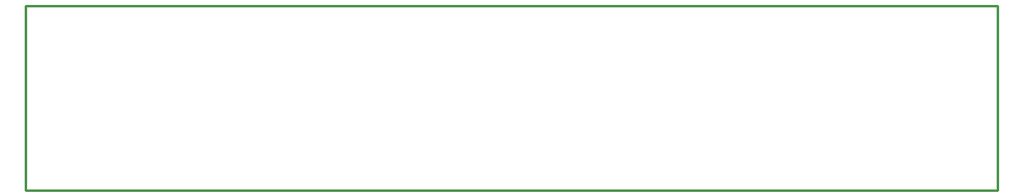
<source format=gm1>
G04*
G04 #@! TF.GenerationSoftware,Altium Limited,Altium Designer,19.1.5 (86)*
G04*
G04 Layer_Color=16711935*
%FSLAX25Y25*%
%MOIN*%
G70*
G01*
G75*
%ADD10C,0.01000*%
D10*
X0Y0D02*
X393701D01*
Y74803D01*
X0D02*
X393701D01*
X0Y0D02*
Y74803D01*
M02*

</source>
